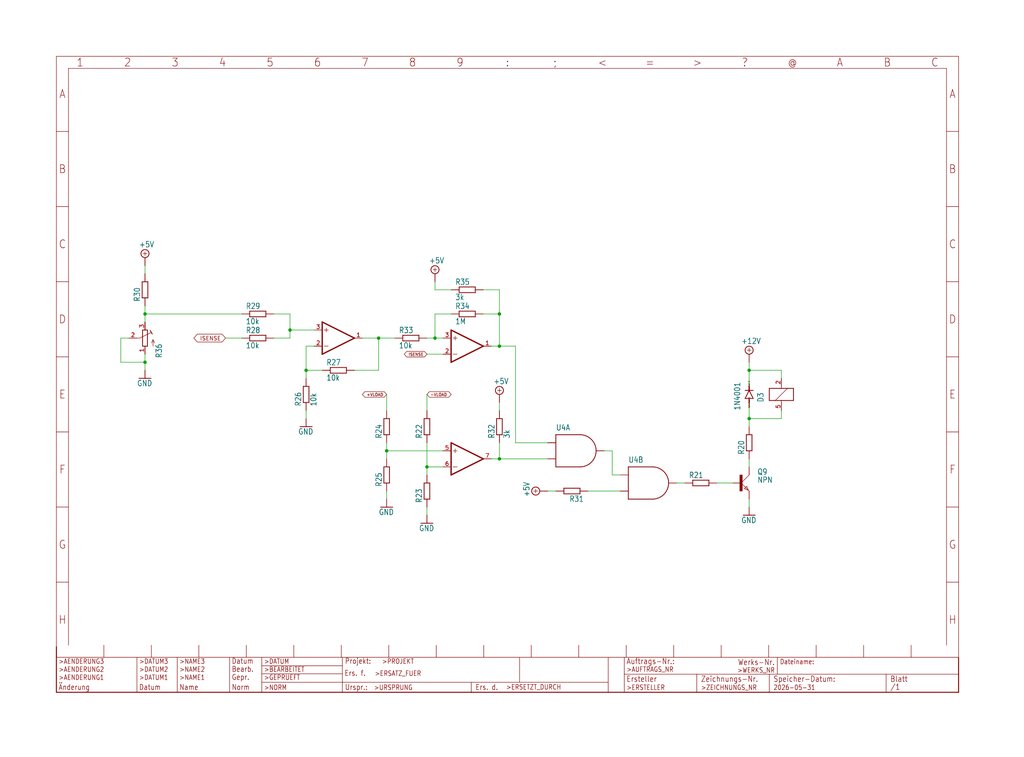
<source format=kicad_sch>
(kicad_sch (version 20230121) (generator eeschema)
  (paper "User" 322.885 238.912)
  (lib_symbols
    (symbol "DC Electronic Load-eagle-import:+12V" (power)
      (property "Value" "+12V" (at -2.54 3.175 0))
      (symbol "+12V_1_0"
        (polyline (pts (xy -0.635 1.27) (xy 0.635 1.27)) (stroke (width 0.1524)))
        (polyline (pts (xy 0 1.905) (xy 0 0.635)) (stroke (width 0.1524)))
        (circle (center 0 1.27) (radius 1.27) (stroke (width 0.254)))
        (pin power_in line (at 0 -2.54 90) (length 2.54) (name "+12V") (number "1"))
      )
    )
    (symbol "DC Electronic Load-eagle-import:+5V" (power)
      (property "Value" "+5V" (at -1.905 3.175 0))
      (symbol "+5V_1_0"
        (polyline (pts (xy -0.635 1.27) (xy 0.635 1.27)) (stroke (width 0.1524)))
        (polyline (pts (xy 0 0.635) (xy 0 1.905)) (stroke (width 0.1524)))
        (circle (center 0 1.27) (radius 1.27) (stroke (width 0.254)))
        (pin power_in line (at 0 -2.54 90) (length 2.54) (name "+5V") (number "1"))
      )
    )
    (symbol "DC Electronic Load-eagle-import:1_Robo-Lib_RAHMEN_A4_8Z-19S"
      (symbol "1_Robo-Lib_RAHMEN_A4_8Z-19S_1_0"
        (polyline (pts (xy 0 0) (xy 130.81 0)) (stroke (width 0.3048)))
        (polyline (pts (xy 0 14.351) (xy 0 0)) (stroke (width 0.3048)))
        (polyline (pts (xy 0 34.7504) (xy 3.81 34.7504)))
        (polyline (pts (xy 0 58.4518) (xy 3.81 58.4518)))
        (polyline (pts (xy 0 82.1531) (xy 3.81 82.1531)))
        (polyline (pts (xy 0 105.8545) (xy 3.81 105.8545)))
        (polyline (pts (xy 0 129.5559) (xy 3.81 129.5559)))
        (polyline (pts (xy 0 153.2573) (xy 3.81 153.2573)))
        (polyline (pts (xy 0 176.9586) (xy 3.81 176.9586)))
        (polyline (pts (xy 3.81 14.859) (xy 3.81 196.85)))
        (polyline (pts (xy 14.9726 11.049) (xy 14.9726 14.859)))
        (polyline (pts (xy 25.4 10.922) (xy 25.4 0)) (stroke (width 0.1524)))
        (polyline (pts (xy 29.9453 11.049) (xy 29.9453 14.859)))
        (polyline (pts (xy 38.1 10.922) (xy 38.1 0)) (stroke (width 0.1524)))
        (polyline (pts (xy 44.9179 11.049) (xy 44.9179 14.859)))
        (polyline (pts (xy 54.61 11.049) (xy 54.61 0)) (stroke (width 0.1524)))
        (polyline (pts (xy 59.8905 11.049) (xy 59.8905 14.859)))
        (polyline (pts (xy 64.77 3.175) (xy 64.77 0)) (stroke (width 0.1524)))
        (polyline (pts (xy 64.77 3.175) (xy 90.17 3.175)) (stroke (width 0.1524)))
        (polyline (pts (xy 64.77 5.842) (xy 90.17 5.842)) (stroke (width 0.1524)))
        (polyline (pts (xy 64.77 8.382) (xy 64.77 3.175)) (stroke (width 0.1524)))
        (polyline (pts (xy 64.77 8.382) (xy 90.17 8.382)) (stroke (width 0.1524)))
        (polyline (pts (xy 64.77 11.049) (xy 64.77 8.382)) (stroke (width 0.1524)))
        (polyline (pts (xy 74.8632 11.049) (xy 74.8632 14.859)))
        (polyline (pts (xy 89.8358 11.049) (xy 89.8358 14.859)))
        (polyline (pts (xy 90.17 0) (xy 90.17 3.175)) (stroke (width 0.1524)))
        (polyline (pts (xy 90.17 3.175) (xy 90.17 11.049)) (stroke (width 0.1524)))
        (polyline (pts (xy 104.8084 11.049) (xy 104.8084 14.859)))
        (polyline (pts (xy 119.7811 11.049) (xy 119.7811 14.859)))
        (polyline (pts (xy 130.81 0) (xy 130.81 3.175)) (stroke (width 0.1524)))
        (polyline (pts (xy 130.81 0) (xy 224.79 0)) (stroke (width 0.3048)))
        (polyline (pts (xy 130.81 3.175) (xy 90.17 3.175)) (stroke (width 0.1524)))
        (polyline (pts (xy 130.81 3.175) (xy 146.05 3.175)) (stroke (width 0.1524)))
        (polyline (pts (xy 134.7537 11.049) (xy 134.7537 14.859)))
        (polyline (pts (xy 146.05 3.175) (xy 146.05 11.049)) (stroke (width 0.1524)))
        (polyline (pts (xy 146.05 3.175) (xy 173.99 3.175)) (stroke (width 0.1524)))
        (polyline (pts (xy 149.7263 11.049) (xy 149.7263 14.859)))
        (polyline (pts (xy 164.6989 11.049) (xy 164.6989 14.859)))
        (polyline (pts (xy 173.99 0) (xy 173.99 3.175)) (stroke (width 0.1524)))
        (polyline (pts (xy 173.99 3.175) (xy 173.99 11.049)) (stroke (width 0.1524)))
        (polyline (pts (xy 179.07 0) (xy 179.07 5.715)) (stroke (width 0.1524)))
        (polyline (pts (xy 179.07 5.715) (xy 179.07 11.049)) (stroke (width 0.1524)))
        (polyline (pts (xy 179.6716 11.049) (xy 179.6716 14.859)))
        (polyline (pts (xy 194.6442 11.049) (xy 194.6442 14.859)))
        (polyline (pts (xy 201.93 0) (xy 201.93 5.715)) (stroke (width 0.1524)))
        (polyline (pts (xy 201.93 5.715) (xy 179.07 5.715)) (stroke (width 0.1524)))
        (polyline (pts (xy 201.93 5.715) (xy 224.79 5.715)) (stroke (width 0.1524)))
        (polyline (pts (xy 209.6168 11.049) (xy 209.6168 14.859)))
        (polyline (pts (xy 224.5895 11.049) (xy 224.5895 14.859)))
        (polyline (pts (xy 224.79 0) (xy 224.79 5.715)) (stroke (width 0.1524)))
        (polyline (pts (xy 224.79 0) (xy 284.48 0)) (stroke (width 0.3048)))
        (polyline (pts (xy 224.79 5.715) (xy 227.33 5.715)) (stroke (width 0.1524)))
        (polyline (pts (xy 227.33 5.715) (xy 261.62 5.715)) (stroke (width 0.1524)))
        (polyline (pts (xy 227.33 11.049) (xy 227.33 5.715)) (stroke (width 0.1524)))
        (polyline (pts (xy 239.5621 11.049) (xy 239.5621 14.859)))
        (polyline (pts (xy 254.5347 11.049) (xy 254.5347 14.859)))
        (polyline (pts (xy 261.62 0) (xy 261.62 5.715)) (stroke (width 0.1524)))
        (polyline (pts (xy 261.62 5.715) (xy 284.353 5.715)) (stroke (width 0.1524)))
        (polyline (pts (xy 269.5074 11.049) (xy 269.5074 14.859)))
        (polyline (pts (xy 280.67 14.859) (xy 280.67 196.85)))
        (polyline (pts (xy 280.67 34.7504) (xy 284.48 34.7504)))
        (polyline (pts (xy 280.67 58.4518) (xy 284.48 58.4518)))
        (polyline (pts (xy 280.67 82.1531) (xy 284.48 82.1531)))
        (polyline (pts (xy 280.67 105.8545) (xy 284.48 105.8545)))
        (polyline (pts (xy 280.67 129.5559) (xy 284.48 129.5559)))
        (polyline (pts (xy 280.67 153.2573) (xy 284.48 153.2573)))
        (polyline (pts (xy 280.67 176.9586) (xy 284.48 176.9586)))
        (polyline (pts (xy 280.67 196.85) (xy 3.81 196.85)))
        (polyline (pts (xy 284.48 10.922) (xy 284.48 0)) (stroke (width 0.3048)))
        (polyline (pts (xy 0 11.049) (xy 284.48 11.049) (xy 284.48 200.66) (xy 0 200.66) (xy 0 11.049)))
        (text "${#}/${##}" (at 262.89 0.635 0) (effects (font (size 1.778 1.5113)) (justify left bottom)))
        (text "${CURRENT_DATE}" (at 226.06 0.635 0) (effects (font (size 1.524 1.2954)) (justify left bottom)))
        (text "${PROJECTNAME}" (at 228.092 6.35 0) (effects (font (size 1.524 1.2954)) (justify left bottom)))
        (text "1" (at 7.4863 198.755 0) (effects (font (size 2.54 2.286))))
        (text "2" (at 22.4589 198.755 0) (effects (font (size 2.54 2.286))))
        (text "3" (at 37.4316 198.755 0) (effects (font (size 2.54 2.286))))
        (text "4" (at 52.4042 198.755 0) (effects (font (size 2.54 2.286))))
        (text "5" (at 67.3768 198.755 0) (effects (font (size 2.54 2.286))))
        (text "6" (at 82.3495 198.755 0) (effects (font (size 2.54 2.286))))
        (text "7" (at 97.3221 198.755 0) (effects (font (size 2.54 2.286))))
        (text "8" (at 112.2947 198.755 0) (effects (font (size 2.54 2.286))))
        (text "9" (at 127.2674 198.755 0) (effects (font (size 2.54 2.286))))
        (text ":" (at 142.24 198.755 0) (effects (font (size 2.54 2.286))))
        (text ";" (at 157.2126 198.755 0) (effects (font (size 2.54 2.286))))
        (text "<" (at 172.1853 198.755 0) (effects (font (size 2.54 2.286))))
        (text "=" (at 187.1579 198.755 0) (effects (font (size 2.54 2.286))))
        (text ">" (at 202.1305 198.755 0) (effects (font (size 2.54 2.286))))
        (text ">AENDERUNG1" (at 0.635 3.81 0) (effects (font (size 1.524 1.2954)) (justify left bottom)))
        (text ">AENDERUNG2" (at 0.635 6.35 0) (effects (font (size 1.524 1.2954)) (justify left bottom)))
        (text ">AENDERUNG3" (at 0.635 8.89 0) (effects (font (size 1.524 1.2954)) (justify left bottom)))
        (text ">AUFTRAGS_NR" (at 179.705 6.35 0) (effects (font (size 1.524 1.2954)) (justify left bottom)))
        (text ">BEARBEITET" (at 65.405 6.35 0) (effects (font (size 1.524 1.2954)) (justify left bottom)))
        (text ">DATUM" (at 65.405 8.89 0) (effects (font (size 1.524 1.2954)) (justify left bottom)))
        (text ">DATUM1" (at 26.035 3.81 0) (effects (font (size 1.524 1.2954)) (justify left bottom)))
        (text ">DATUM2" (at 26.035 6.35 0) (effects (font (size 1.524 1.2954)) (justify left bottom)))
        (text ">DATUM3" (at 26.035 8.89 0) (effects (font (size 1.524 1.2954)) (justify left bottom)))
        (text ">ERSATZ_FUER" (at 100.33 5.08 0) (effects (font (size 1.524 1.2954)) (justify left bottom)))
        (text ">ERSETZT_DURCH" (at 141.732 0.762 0) (effects (font (size 1.524 1.2954)) (justify left bottom)))
        (text ">ERSTELLER" (at 179.705 0.635 0) (effects (font (size 1.524 1.2954)) (justify left bottom)))
        (text ">GEPRUEFT" (at 65.405 3.81 0) (effects (font (size 1.524 1.2954)) (justify left bottom)))
        (text ">NAME1" (at 38.735 3.81 0) (effects (font (size 1.524 1.2954)) (justify left bottom)))
        (text ">NAME2" (at 38.735 6.35 0) (effects (font (size 1.524 1.2954)) (justify left bottom)))
        (text ">NAME3" (at 38.735 8.89 0) (effects (font (size 1.524 1.2954)) (justify left bottom)))
        (text ">NORM" (at 65.405 0.635 0) (effects (font (size 1.524 1.2954)) (justify left bottom)))
        (text ">PROJEKT" (at 102.616 8.89 0) (effects (font (size 1.524 1.2954)) (justify left bottom)))
        (text ">URSPRUNG" (at 100.076 0.635 0) (effects (font (size 1.524 1.2954)) (justify left bottom)))
        (text ">WERKS_NR" (at 226.568 7.874 0) (effects (font (size 1.524 1.2954)) (justify right top)))
        (text ">ZEICHNUNGS_NR" (at 203.2 0.635 0) (effects (font (size 1.524 1.2954)) (justify left bottom)))
        (text "?" (at 217.1032 198.755 0) (effects (font (size 2.54 2.286))))
        (text "@" (at 232.0758 198.755 0) (effects (font (size 2.54 2.286))))
        (text "A" (at 1.905 188.8093 0) (effects (font (size 2.54 2.286))))
        (text "A" (at 247.0484 198.755 0) (effects (font (size 2.54 2.286))))
        (text "A" (at 282.575 188.8093 0) (effects (font (size 2.54 2.286))))
        (text "Auftrags-Nr.:" (at 179.705 8.763 0) (effects (font (size 1.778 1.5113)) (justify left bottom)))
        (text "B" (at 1.905 165.1079 0) (effects (font (size 2.54 2.286))))
        (text "B" (at 262.0211 198.755 0) (effects (font (size 2.54 2.286))))
        (text "B" (at 282.575 165.1079 0) (effects (font (size 2.54 2.286))))
        (text "Bearb." (at 55.245 6.35 0) (effects (font (size 1.6764 1.4249)) (justify left bottom)))
        (text "Blatt" (at 262.89 3.175 0) (effects (font (size 1.778 1.5113)) (justify left bottom)))
        (text "C" (at 1.905 141.4066 0) (effects (font (size 2.54 2.286))))
        (text "C" (at 276.9937 198.755 0) (effects (font (size 2.54 2.286))))
        (text "C" (at 282.575 141.4066 0) (effects (font (size 2.54 2.286))))
        (text "D" (at 1.905 117.7052 0) (effects (font (size 2.54 2.286))))
        (text "D" (at 282.575 117.7052 0) (effects (font (size 2.54 2.286))))
        (text "Dateiname:" (at 228.092 8.763 0) (effects (font (size 1.524 1.2954)) (justify left bottom)))
        (text "Datum" (at 26.035 0.635 0) (effects (font (size 1.6764 1.4249)) (justify left bottom)))
        (text "Datum" (at 55.245 8.89 0) (effects (font (size 1.6764 1.4249)) (justify left bottom)))
        (text "E" (at 1.905 94.0038 0) (effects (font (size 2.54 2.286))))
        (text "E" (at 282.575 94.0038 0) (effects (font (size 2.54 2.286))))
        (text "Ers. d." (at 132.08 0.635 0) (effects (font (size 1.6764 1.4249)) (justify left bottom)))
        (text "Ers. f." (at 90.805 5.08 0) (effects (font (size 1.6764 1.4249)) (justify left bottom)))
        (text "Ersteller" (at 179.705 3.175 0) (effects (font (size 1.778 1.5113)) (justify left bottom)))
        (text "F" (at 1.905 70.3024 0) (effects (font (size 2.54 2.286))))
        (text "F" (at 282.575 70.3024 0) (effects (font (size 2.54 2.286))))
        (text "G" (at 1.905 46.6011 0) (effects (font (size 2.54 2.286))))
        (text "G" (at 282.575 46.6011 0) (effects (font (size 2.54 2.286))))
        (text "Gepr." (at 55.245 3.81 0) (effects (font (size 1.6764 1.4249)) (justify left bottom)))
        (text "H" (at 1.905 22.8997 0) (effects (font (size 2.54 2.286))))
        (text "H" (at 282.575 22.8997 0) (effects (font (size 2.54 2.286))))
        (text "Name" (at 38.735 0.635 0) (effects (font (size 1.6764 1.4249)) (justify left bottom)))
        (text "Norm" (at 55.245 0.635 0) (effects (font (size 1.6764 1.4249)) (justify left bottom)))
        (text "Projekt:" (at 90.932 8.89 0) (effects (font (size 1.6764 1.4249)) (justify left bottom)))
        (text "Speicher-Datum:" (at 226.06 3.175 0) (effects (font (size 1.778 1.5113)) (justify left bottom)))
        (text "Urspr.:" (at 90.932 0.635 0) (effects (font (size 1.6764 1.4249)) (justify left bottom)))
        (text "Werks-Nr." (at 226.568 10.541 0) (effects (font (size 1.778 1.5113)) (justify right top)))
        (text "Zeichnungs-Nr." (at 203.2 3.175 0) (effects (font (size 1.778 1.5113)) (justify left bottom)))
        (text "Änderung" (at 0.635 0.635 0) (effects (font (size 1.6764 1.4249)) (justify left bottom)))
      )
    )
    (symbol "DC Electronic Load-eagle-import:AZ8-FORM-C"
      (symbol "AZ8-FORM-C_1_0"
        (polyline (pts (xy -3.81 -1.905) (xy -1.905 -1.905)) (stroke (width 0.254)))
        (polyline (pts (xy -3.81 1.905) (xy -3.81 -1.905)) (stroke (width 0.254)))
        (polyline (pts (xy -1.905 -1.905) (xy 0 -1.905)) (stroke (width 0.254)))
        (polyline (pts (xy -1.905 -1.905) (xy 1.905 1.905)) (stroke (width 0.1524)))
        (polyline (pts (xy 0 -2.54) (xy 0 -1.905)) (stroke (width 0.1524)))
        (polyline (pts (xy 0 -1.905) (xy 3.81 -1.905)) (stroke (width 0.254)))
        (polyline (pts (xy 0 1.905) (xy -3.81 1.905)) (stroke (width 0.254)))
        (polyline (pts (xy 0 2.54) (xy 0 1.905)) (stroke (width 0.1524)))
        (polyline (pts (xy 1.905 1.905) (xy 0 1.905)) (stroke (width 0.254)))
        (polyline (pts (xy 3.81 -1.905) (xy 3.81 1.905)) (stroke (width 0.254)))
        (polyline (pts (xy 3.81 1.905) (xy 1.905 1.905)) (stroke (width 0.254)))
        (pin passive line (at 0 5.08 270) (length 2.54) (name "1") (number "2"))
        (pin passive line (at 0 -5.08 90) (length 2.54) (name "2") (number "5"))
      )
      (symbol "AZ8-FORM-C_2_0"
        (polyline (pts (xy -3.175 5.08) (xy -1.905 5.08)) (stroke (width 0.254)))
        (polyline (pts (xy 0 1.27) (xy 0 0)) (stroke (width 0.254)))
        (polyline (pts (xy 0 1.27) (xy 2.54 5.715)) (stroke (width 0.254)))
        (polyline (pts (xy 3.175 5.08) (xy 1.905 5.08)) (stroke (width 0.254)))
        (circle (center 0 1.27) (radius 0.127) (stroke (width 0.4064)))
        (pin passive line (at 0 -2.54 90) (length 2.54) (name "P") (number "1"))
        (pin passive line (at -5.08 5.08 0) (length 2.54) (name "S") (number "3"))
        (pin passive line (at 5.08 5.08 180) (length 2.54) (name "O") (number "4"))
      )
    )
    (symbol "DC Electronic Load-eagle-import:DIODE-MELF-MLL41"
      (property "Reference" "D" (at 2.54 0.4826 0))
      (symbol "DIODE-MELF-MLL41_1_0"
        (polyline (pts (xy -1.27 -1.27) (xy 1.27 0)) (stroke (width 0.254)))
        (polyline (pts (xy -1.27 0) (xy -2.54 0)) (stroke (width 0.254)))
        (polyline (pts (xy -1.27 0) (xy -1.27 -1.27)) (stroke (width 0.254)))
        (polyline (pts (xy -1.27 1.27) (xy -1.27 0)) (stroke (width 0.254)))
        (polyline (pts (xy 1.27 0) (xy -1.27 1.27)) (stroke (width 0.254)))
        (polyline (pts (xy 1.27 0) (xy 1.27 -1.27)) (stroke (width 0.254)))
        (polyline (pts (xy 1.27 1.27) (xy 1.27 0)) (stroke (width 0.254)))
        (polyline (pts (xy 2.54 0) (xy 1.27 0)) (stroke (width 0.254)))
        (text "SpiceOrder 1" (at -2.54 0 0) (effects (font (size 0.4064 0.3454))))
        (text "SpiceOrder 2" (at 2.54 0 0) (effects (font (size 0.4064 0.3454))))
        (pin passive line (at -2.54 0 0) (length 0) (name "A") (number "A"))
        (pin passive line (at 2.54 0 180) (length 0) (name "C") (number "C"))
      )
    )
    (symbol "DC Electronic Load-eagle-import:GND" (power)
      (property "Value" "GND" (at -2.54 -2.54 0))
      (symbol "GND_1_0"
        (polyline (pts (xy -1.905 0) (xy 1.905 0)) (stroke (width 0.254)))
        (pin power_in line (at 0 2.54 270) (length 2.54) (name "GND") (number "1"))
      )
    )
    (symbol "DC Electronic Load-eagle-import:LM393D"
      (symbol "LM393D_1_0"
        (polyline (pts (xy -5.08 -5.08) (xy 5.08 0)) (stroke (width 0.4064)))
        (polyline (pts (xy -5.08 5.08) (xy -5.08 -5.08)) (stroke (width 0.4064)))
        (polyline (pts (xy -4.445 -2.54) (xy -3.175 -2.54)) (stroke (width 0.1524)))
        (polyline (pts (xy -4.445 2.54) (xy -3.175 2.54)) (stroke (width 0.1524)))
        (polyline (pts (xy -3.81 3.175) (xy -3.81 1.905)) (stroke (width 0.1524)))
        (polyline (pts (xy 5.08 0) (xy -5.08 5.08)) (stroke (width 0.4064)))
        (pin output line (at 7.62 0 180) (length 2.54) (name "OUT") (number "1"))
        (pin input line (at -7.62 -2.54 0) (length 2.54) (name "-IN") (number "2"))
        (pin input line (at -7.62 2.54 0) (length 2.54) (name "+IN") (number "3"))
      )
      (symbol "LM393D_2_0"
        (polyline (pts (xy -5.08 -5.08) (xy 5.08 0)) (stroke (width 0.4064)))
        (polyline (pts (xy -5.08 5.08) (xy -5.08 -5.08)) (stroke (width 0.4064)))
        (polyline (pts (xy -4.445 -2.54) (xy -3.175 -2.54)) (stroke (width 0.1524)))
        (polyline (pts (xy -4.445 2.54) (xy -3.175 2.54)) (stroke (width 0.1524)))
        (polyline (pts (xy -3.81 3.175) (xy -3.81 1.905)) (stroke (width 0.1524)))
        (polyline (pts (xy 5.08 0) (xy -5.08 5.08)) (stroke (width 0.4064)))
        (pin input line (at -7.62 2.54 0) (length 2.54) (name "+IN") (number "5"))
        (pin input line (at -7.62 -2.54 0) (length 2.54) (name "-IN") (number "6"))
        (pin output line (at 7.62 0 180) (length 2.54) (name "OUT") (number "7"))
      )
      (symbol "LM393D_3_0"
        (text "V+" (at 1.27 3.175 900) (effects (font (size 0.8128 0.6908)) (justify left bottom)))
        (text "V-" (at 1.27 -4.445 900) (effects (font (size 0.8128 0.6908)) (justify left bottom)))
        (pin power_in line (at 0 -7.62 90) (length 5.08) (name "V-") (number "4"))
        (pin power_in line (at 0 7.62 270) (length 5.08) (name "V+") (number "8"))
      )
    )
    (symbol "DC Electronic Load-eagle-import:NPN"
      (property "Reference" "Q" (at 5.08 2.54 0))
      (symbol "NPN_1_0"
        (rectangle (start -0.381 -2.54) (end 0.381 2.54) (fill (type outline)))
        (polyline (pts (xy 0 0) (xy 2.286 -2.286)) (stroke (width 0.1524)))
        (polyline (pts (xy 1.016 -1.778) (xy 1.778 -1.016)) (stroke (width 0.1524)))
        (polyline (pts (xy 1.778 -1.016) (xy 2.286 -2.286)) (stroke (width 0.1524)))
        (polyline (pts (xy 2.286 -2.286) (xy 1.016 -1.778)) (stroke (width 0.1524)))
        (polyline (pts (xy 2.286 -2.286) (xy 2.54 -2.54)) (stroke (width 0.1524)))
        (polyline (pts (xy 2.54 2.54) (xy 0 0)) (stroke (width 0.1524)))
        (pin bidirectional line (at -2.54 0 0) (length 2.54) (name "B") (number "1"))
        (pin passive line (at 2.54 -5.08 90) (length 2.54) (name "E") (number "2"))
        (pin passive line (at 2.54 5.08 270) (length 2.54) (name "C") (number "3"))
      )
    )
    (symbol "DC Electronic Load-eagle-import:R-EU_R1206"
      (property "Reference" "R" (at -3.81 1.4986 0))
      (symbol "R-EU_R1206_1_0"
        (polyline (pts (xy -2.54 -0.889) (xy -2.54 0.889)) (stroke (width 0.254)))
        (polyline (pts (xy -2.54 -0.889) (xy 2.54 -0.889)) (stroke (width 0.254)))
        (polyline (pts (xy 2.54 -0.889) (xy 2.54 0.889)) (stroke (width 0.254)))
        (polyline (pts (xy 2.54 0.889) (xy -2.54 0.889)) (stroke (width 0.254)))
        (pin passive line (at -5.08 0 0) (length 2.54) (name "1") (number "1"))
        (pin passive line (at 5.08 0 180) (length 2.54) (name "2") (number "2"))
      )
    )
    (symbol "DC Electronic Load-eagle-import:R-TRIMM64W"
      (property "Reference" "R" (at -5.969 -3.81 90))
      (symbol "R-TRIMM64W_1_0"
        (polyline (pts (xy -2.54 -2.54) (xy -2.54 -0.508)) (stroke (width 0.1524)))
        (polyline (pts (xy -2.54 -0.508) (xy -3.048 -1.524)) (stroke (width 0.1524)))
        (polyline (pts (xy -2.54 -0.508) (xy -2.032 -1.524)) (stroke (width 0.1524)))
        (polyline (pts (xy -2.286 1.27) (xy -1.651 2.413)) (stroke (width 0.254)))
        (polyline (pts (xy -0.762 -2.54) (xy 0.762 -2.54)) (stroke (width 0.254)))
        (polyline (pts (xy -0.762 2.54) (xy -0.762 -2.54)) (stroke (width 0.254)))
        (polyline (pts (xy 0 2.54) (xy -0.762 2.54)) (stroke (width 0.254)))
        (polyline (pts (xy 0 2.54) (xy 0 5.08)) (stroke (width 0.1524)))
        (polyline (pts (xy 0.762 -2.54) (xy 0.762 2.54)) (stroke (width 0.254)))
        (polyline (pts (xy 0.762 2.54) (xy 0 2.54)) (stroke (width 0.254)))
        (polyline (pts (xy 1.651 0) (xy -1.8796 1.7526)) (stroke (width 0.1524)))
        (polyline (pts (xy 2.54 0) (xy 1.651 0)) (stroke (width 0.1524)))
        (pin passive line (at 0 -5.08 90) (length 2.54) (name "A") (number "1"))
        (pin passive line (at 5.08 0 180) (length 2.54) (name "S") (number "2"))
        (pin passive line (at 0 5.08 270) (length 2.54) (name "E") (number "3"))
      )
    )
    (symbol "DC Electronic Load-eagle-import:SN74AHC08"
      (property "Reference" "U" (at 1.27 0 0))
      (symbol "SN74AHC08_1_0"
        (polyline (pts (xy -5.08 -5.08) (xy 2.54 -5.08)) (stroke (width 0.254)))
        (polyline (pts (xy -5.08 5.08) (xy -5.08 -5.08)) (stroke (width 0.254)))
        (polyline (pts (xy -5.08 5.08) (xy 2.54 5.08)) (stroke (width 0.254)))
        (arc (start 2.5398 -5.08) (mid 7.5978 -0.0001) (end 2.54 5.08) (stroke (width 0.254)))
        (pin input line (at -7.62 2.54 0) (length 2.54) (name "A") (number "1"))
        (pin input line (at -7.62 -2.54 0) (length 2.54) (name "B") (number "2"))
        (pin bidirectional line (at 10.16 0 180) (length 2.54) (name "Y") (number "3"))
      )
      (symbol "SN74AHC08_2_0"
        (polyline (pts (xy -5.08 -5.08) (xy 2.54 -5.08)) (stroke (width 0.254)))
        (polyline (pts (xy -5.08 5.08) (xy -5.08 -5.08)) (stroke (width 0.254)))
        (polyline (pts (xy -5.08 5.08) (xy 2.54 5.08)) (stroke (width 0.254)))
        (arc (start 2.5398 -5.08) (mid 7.5978 -0.0001) (end 2.54 5.08) (stroke (width 0.254)))
        (pin input line (at -7.62 2.54 0) (length 2.54) (name "A") (number "4"))
        (pin input line (at -7.62 -2.54 0) (length 2.54) (name "B") (number "5"))
        (pin bidirectional line (at 10.16 0 180) (length 2.54) (name "Y") (number "6"))
      )
      (symbol "SN74AHC08_3_0"
        (polyline (pts (xy -5.08 -5.08) (xy 2.54 -5.08)) (stroke (width 0.254)))
        (polyline (pts (xy -5.08 5.08) (xy -5.08 -5.08)) (stroke (width 0.254)))
        (polyline (pts (xy -5.08 5.08) (xy 2.54 5.08)) (stroke (width 0.254)))
        (arc (start 2.5398 -5.08) (mid 7.5978 -0.0001) (end 2.54 5.08) (stroke (width 0.254)))
        (pin input line (at -7.62 -2.54 0) (length 2.54) (name "B") (number "10"))
        (pin bidirectional line (at 10.16 0 180) (length 2.54) (name "Y") (number "8"))
        (pin input line (at -7.62 2.54 0) (length 2.54) (name "A") (number "9"))
      )
      (symbol "SN74AHC08_4_0"
        (polyline (pts (xy -5.08 -5.08) (xy 2.54 -5.08)) (stroke (width 0.254)))
        (polyline (pts (xy -5.08 5.08) (xy -5.08 -5.08)) (stroke (width 0.254)))
        (polyline (pts (xy -5.08 5.08) (xy 2.54 5.08)) (stroke (width 0.254)))
        (arc (start 2.5398 -5.08) (mid 7.5978 -0.0001) (end 2.54 5.08) (stroke (width 0.254)))
        (pin bidirectional line (at 10.16 0 180) (length 2.54) (name "Y") (number "11"))
        (pin input line (at -7.62 2.54 0) (length 2.54) (name "A") (number "12"))
        (pin input line (at -7.62 -2.54 0) (length 2.54) (name "B") (number "13"))
      )
      (symbol "SN74AHC08_5_0"
        (text "V+" (at 0 1.524 0) (effects (font (size 1.27 1.0795))))
        (text "V-" (at 0 -1.524 0) (effects (font (size 1.27 1.0795))))
        (pin bidirectional line (at 0 5.08 270) (length 2.54) (name "V+") (number "14"))
        (pin bidirectional line (at 0 -5.08 90) (length 2.54) (name "V-") (number "7"))
      )
    )
    (symbol "DC Electronic Load-eagle-import:TL072D"
      (symbol "TL072D_1_0"
        (polyline (pts (xy -5.08 -5.08) (xy 5.08 0)) (stroke (width 0.4064)))
        (polyline (pts (xy -5.08 5.08) (xy -5.08 -5.08)) (stroke (width 0.4064)))
        (polyline (pts (xy -4.445 -2.54) (xy -3.175 -2.54)) (stroke (width 0.1524)))
        (polyline (pts (xy -4.445 2.54) (xy -3.175 2.54)) (stroke (width 0.1524)))
        (polyline (pts (xy -3.81 3.175) (xy -3.81 1.905)) (stroke (width 0.1524)))
        (polyline (pts (xy 5.08 0) (xy -5.08 5.08)) (stroke (width 0.4064)))
        (pin output line (at 7.62 0 180) (length 2.54) (name "OUT") (number "1"))
        (pin input line (at -7.62 -2.54 0) (length 2.54) (name "-IN") (number "2"))
        (pin input line (at -7.62 2.54 0) (length 2.54) (name "+IN") (number "3"))
      )
      (symbol "TL072D_2_0"
        (polyline (pts (xy -5.08 -5.08) (xy 5.08 0)) (stroke (width 0.4064)))
        (polyline (pts (xy -5.08 5.08) (xy -5.08 -5.08)) (stroke (width 0.4064)))
        (polyline (pts (xy -4.445 -2.54) (xy -3.175 -2.54)) (stroke (width 0.1524)))
        (polyline (pts (xy -4.445 2.54) (xy -3.175 2.54)) (stroke (width 0.1524)))
        (polyline (pts (xy -3.81 3.175) (xy -3.81 1.905)) (stroke (width 0.1524)))
        (polyline (pts (xy 5.08 0) (xy -5.08 5.08)) (stroke (width 0.4064)))
        (pin input line (at -7.62 2.54 0) (length 2.54) (name "+IN") (number "5"))
        (pin input line (at -7.62 -2.54 0) (length 2.54) (name "-IN") (number "6"))
        (pin output line (at 7.62 0 180) (length 2.54) (name "OUT") (number "7"))
      )
      (symbol "TL072D_3_0"
        (text "V+" (at 1.27 3.175 900) (effects (font (size 0.8128 0.6908)) (justify left bottom)))
        (text "V-" (at 1.27 -4.445 900) (effects (font (size 0.8128 0.6908)) (justify left bottom)))
        (pin power_in line (at 0 -7.62 90) (length 5.08) (name "V-") (number "4"))
        (pin power_in line (at 0 7.62 270) (length 5.08) (name "V+") (number "8"))
      )
    )
  )
  (junction (at 157.48 109.22))
  (junction (at 236.22 132.08))
  (junction (at 45.72 114.3))
  (junction (at 96.52 116.84))
  (junction (at 119.38 106.68))
  (junction (at 157.48 144.78))
  (junction (at 121.92 142.24))
  (junction (at 91.44 104.14))
  (junction (at 236.22 116.84))
  (junction (at 134.62 147.32))
  (junction (at 157.48 99.06))
  (junction (at 45.72 99.06))
  (junction (at 137.16 106.68))
  (wire (pts (xy 86.36 106.68) (xy 91.44 106.68)) (stroke (width 0.1524)))
  (wire (pts (xy 137.16 99.06) (xy 142.24 99.06)) (stroke (width 0.1524)))
  (wire (pts (xy 101.6 116.84) (xy 96.52 116.84)) (stroke (width 0.1524)))
  (wire (pts (xy 137.16 91.44) (xy 142.24 91.44)) (stroke (width 0.1524)))
  (wire (pts (xy 86.36 99.06) (xy 91.44 99.06)) (stroke (width 0.1524)))
  (wire (pts (xy 134.62 149.86) (xy 134.62 147.32)) (stroke (width 0.1524)))
  (wire (pts (xy 137.16 88.9) (xy 137.16 91.44)) (stroke (width 0.1524)))
  (wire (pts (xy 96.52 116.84) (xy 96.52 119.38)) (stroke (width 0.1524)))
  (wire (pts (xy 137.16 99.06) (xy 137.16 106.68)) (stroke (width 0.1524)))
  (wire (pts (xy 91.44 104.14) (xy 99.06 104.14)) (stroke (width 0.1524)))
  (wire (pts (xy 76.2 106.68) (xy 71.12 106.68)) (stroke (width 0.1524)))
  (wire (pts (xy 99.06 109.22) (xy 96.52 109.22)) (stroke (width 0.1524)))
  (wire (pts (xy 236.22 134.62) (xy 236.22 132.08)) (stroke (width 0.1524)))
  (wire (pts (xy 121.92 157.48) (xy 121.92 154.94)) (stroke (width 0.1524)))
  (wire (pts (xy 119.38 106.68) (xy 124.46 106.68)) (stroke (width 0.1524)))
  (wire (pts (xy 172.72 144.78) (xy 157.48 144.78)) (stroke (width 0.1524)))
  (wire (pts (xy 157.48 109.22) (xy 162.56 109.22)) (stroke (width 0.1524)))
  (wire (pts (xy 185.42 154.94) (xy 195.58 154.94)) (stroke (width 0.1524)))
  (wire (pts (xy 157.48 129.54) (xy 157.48 127)) (stroke (width 0.1524)))
  (wire (pts (xy 246.38 132.08) (xy 236.22 132.08)) (stroke (width 0.1524)))
  (wire (pts (xy 45.72 96.52) (xy 45.72 99.06)) (stroke (width 0.1524)))
  (wire (pts (xy 139.7 111.76) (xy 134.62 111.76)) (stroke (width 0.1524)))
  (wire (pts (xy 119.38 106.68) (xy 114.3 106.68)) (stroke (width 0.1524)))
  (wire (pts (xy 45.72 99.06) (xy 76.2 99.06)) (stroke (width 0.1524)))
  (wire (pts (xy 157.48 91.44) (xy 157.48 99.06)) (stroke (width 0.1524)))
  (wire (pts (xy 45.72 83.82) (xy 45.72 86.36)) (stroke (width 0.1524)))
  (wire (pts (xy 96.52 109.22) (xy 96.52 116.84)) (stroke (width 0.1524)))
  (wire (pts (xy 137.16 106.68) (xy 139.7 106.68)) (stroke (width 0.1524)))
  (wire (pts (xy 162.56 109.22) (xy 162.56 139.7)) (stroke (width 0.1524)))
  (wire (pts (xy 236.22 160.02) (xy 236.22 157.48)) (stroke (width 0.1524)))
  (wire (pts (xy 246.38 129.54) (xy 246.38 132.08)) (stroke (width 0.1524)))
  (wire (pts (xy 121.92 144.78) (xy 121.92 142.24)) (stroke (width 0.1524)))
  (wire (pts (xy 134.62 147.32) (xy 134.62 139.7)) (stroke (width 0.1524)))
  (wire (pts (xy 38.1 106.68) (xy 38.1 114.3)) (stroke (width 0.1524)))
  (wire (pts (xy 236.22 116.84) (xy 246.38 116.84)) (stroke (width 0.1524)))
  (wire (pts (xy 236.22 144.78) (xy 236.22 147.32)) (stroke (width 0.1524)))
  (wire (pts (xy 45.72 99.06) (xy 45.72 101.6)) (stroke (width 0.1524)))
  (wire (pts (xy 121.92 129.54) (xy 121.92 124.46)) (stroke (width 0.1524)))
  (wire (pts (xy 121.92 142.24) (xy 121.92 139.7)) (stroke (width 0.1524)))
  (wire (pts (xy 154.94 109.22) (xy 157.48 109.22)) (stroke (width 0.1524)))
  (wire (pts (xy 40.64 106.68) (xy 38.1 106.68)) (stroke (width 0.1524)))
  (wire (pts (xy 246.38 116.84) (xy 246.38 119.38)) (stroke (width 0.1524)))
  (wire (pts (xy 190.5 142.24) (xy 193.04 142.24)) (stroke (width 0.1524)))
  (wire (pts (xy 193.04 142.24) (xy 193.04 149.86)) (stroke (width 0.1524)))
  (wire (pts (xy 172.72 154.94) (xy 175.26 154.94)) (stroke (width 0.1524)))
  (wire (pts (xy 193.04 149.86) (xy 195.58 149.86)) (stroke (width 0.1524)))
  (wire (pts (xy 157.48 99.06) (xy 157.48 109.22)) (stroke (width 0.1524)))
  (wire (pts (xy 152.4 91.44) (xy 157.48 91.44)) (stroke (width 0.1524)))
  (wire (pts (xy 157.48 144.78) (xy 154.94 144.78)) (stroke (width 0.1524)))
  (wire (pts (xy 91.44 99.06) (xy 91.44 104.14)) (stroke (width 0.1524)))
  (wire (pts (xy 45.72 114.3) (xy 45.72 116.84)) (stroke (width 0.1524)))
  (wire (pts (xy 134.62 129.54) (xy 134.62 124.46)) (stroke (width 0.1524)))
  (wire (pts (xy 236.22 127) (xy 236.22 132.08)) (stroke (width 0.1524)))
  (wire (pts (xy 236.22 114.3) (xy 236.22 116.84)) (stroke (width 0.1524)))
  (wire (pts (xy 139.7 147.32) (xy 134.62 147.32)) (stroke (width 0.1524)))
  (wire (pts (xy 152.4 99.06) (xy 157.48 99.06)) (stroke (width 0.1524)))
  (wire (pts (xy 91.44 106.68) (xy 91.44 104.14)) (stroke (width 0.1524)))
  (wire (pts (xy 236.22 121.92) (xy 236.22 116.84)) (stroke (width 0.1524)))
  (wire (pts (xy 226.06 152.4) (xy 231.14 152.4)) (stroke (width 0.1524)))
  (wire (pts (xy 134.62 106.68) (xy 137.16 106.68)) (stroke (width 0.1524)))
  (wire (pts (xy 172.72 139.7) (xy 162.56 139.7)) (stroke (width 0.1524)))
  (wire (pts (xy 134.62 160.02) (xy 134.62 162.56)) (stroke (width 0.1524)))
  (wire (pts (xy 119.38 116.84) (xy 119.38 106.68)) (stroke (width 0.1524)))
  (wire (pts (xy 96.52 132.08) (xy 96.52 129.54)) (stroke (width 0.1524)))
  (wire (pts (xy 213.36 152.4) (xy 215.9 152.4)) (stroke (width 0.1524)))
  (wire (pts (xy 38.1 114.3) (xy 45.72 114.3)) (stroke (width 0.1524)))
  (wire (pts (xy 45.72 111.76) (xy 45.72 114.3)) (stroke (width 0.1524)))
  (wire (pts (xy 121.92 142.24) (xy 139.7 142.24)) (stroke (width 0.1524)))
  (wire (pts (xy 111.76 116.84) (xy 119.38 116.84)) (stroke (width 0.1524)))
  (wire (pts (xy 157.48 139.7) (xy 157.48 144.78)) (stroke (width 0.1524)))
  (global_label "ISENSE" (shape bidirectional) (at 71.12 106.68 180) (effects (font (size 1.2446 1.2446))) (property "Intersheetrefs" "${INTERSHEET_REFS}" (effects hide)))
  (global_label "-VLOAD" (shape bidirectional) (at 134.62 124.46 0) (effects (font (size 0.889 0.889))) (property "Intersheetrefs" "${INTERSHEET_REFS}" (effects hide)))
  (global_label "ISENSE" (shape bidirectional) (at 134.62 111.76 180) (effects (font (size 0.889 0.889))) (property "Intersheetrefs" "${INTERSHEET_REFS}" (effects hide)))
  (global_label "+VLOAD" (shape bidirectional) (at 121.92 124.46 180) (effects (font (size 0.889 0.889))) (property "Intersheetrefs" "${INTERSHEET_REFS}" (effects hide)))
  (symbol (lib_id "DC Electronic Load-eagle-import:R-EU_R1206") (at 129.54 106.68 0) (unit 1)
    (property "Reference" "R33" (at 125.73 105.1814 0) (effects (font (size 1.778 1.5113)) (justify left bottom)))
    (property "Value" "10k" (at 125.73 109.982 0) (effects (font (size 1.778 1.5113)) (justify left bottom)))
    (property "Footprint" "DC Electronic Load:R1206" (effects hide))
  )
  (symbol (lib_id "DC Electronic Load-eagle-import:R-EU_R1206") (at 236.22 139.7 90) (unit 1)
    (property "Reference" "R20" (at 234.7214 143.51 0) (effects (font (size 1.778 1.5113)) (justify left bottom)))
    (property "Value" "R-EU_R1206" (effects hide))
    (property "Footprint" "DC Electronic Load:R1206" (effects hide))
  )
  (symbol (lib_id "DC Electronic Load-eagle-import:R-EU_R1206") (at 147.32 99.06 0) (unit 1)
    (property "Reference" "R34" (at 143.51 97.5614 0) (effects (font (size 1.778 1.5113)) (justify left bottom)))
    (property "Value" "1M" (at 143.51 102.362 0) (effects (font (size 1.778 1.5113)) (justify left bottom)))
    (property "Footprint" "DC Electronic Load:R1206" (effects hide))
  )
  (symbol (lib_id "DC Electronic Load-eagle-import:R-EU_R1206") (at 81.28 106.68 0) (unit 1)
    (property "Reference" "R28" (at 77.47 105.1814 0) (effects (font (size 1.778 1.5113)) (justify left bottom)))
    (property "Value" "10k" (at 77.47 109.982 0) (effects (font (size 1.778 1.5113)) (justify left bottom)))
    (property "Footprint" "DC Electronic Load:R1206" (effects hide))
  )
  (symbol (lib_id "DC Electronic Load-eagle-import:SN74AHC08") (at 203.2 152.4 0) (unit 2)
    (property "Reference" "U4" (at 198.12 146.05 0) (effects (font (size 1.778 1.5113)) (justify left bottom)))
    (property "Value" "SN74AHC08" (effects hide))
    (property "Footprint" "DC Electronic Load:SOIC−14" (effects hide))
  )
  (symbol (lib_id "DC Electronic Load-eagle-import:GND") (at 45.72 119.38 0) (unit 1)
    (property "Reference" "#GND12" (effects hide))
    (property "Value" "GND" (at 43.18 121.92 0) (effects (font (size 1.778 1.5113)) (justify left bottom)))
  )
  (symbol (lib_id "DC Electronic Load-eagle-import:LM393D") (at 147.32 109.22 0) (unit 1)
    (property "Reference" "IC1" (effects hide))
    (property "Value" "LM393D" (effects hide))
    (property "Footprint" "DC Electronic Load:SO08" (effects hide))
  )
  (symbol (lib_id "DC Electronic Load-eagle-import:+5V") (at 137.16 86.36 0) (unit 1)
    (property "Reference" "#SUPPLY2" (effects hide))
    (property "Value" "+5V" (at 135.255 83.185 0) (effects (font (size 1.778 1.5113)) (justify left bottom)))
  )
  (symbol (lib_id "DC Electronic Load-eagle-import:R-EU_R1206") (at 180.34 154.94 180) (unit 1)
    (property "Reference" "R31" (at 184.15 156.4386 0) (effects (font (size 1.778 1.5113)) (justify left bottom)))
    (property "Value" "R-EU_R1206" (effects hide))
    (property "Footprint" "DC Electronic Load:R1206" (effects hide))
  )
  (symbol (lib_id "DC Electronic Load-eagle-import:R-EU_R1206") (at 96.52 124.46 90) (unit 1)
    (property "Reference" "R26" (at 95.0214 128.27 0) (effects (font (size 1.778 1.5113)) (justify left bottom)))
    (property "Value" "10k" (at 99.822 128.27 0) (effects (font (size 1.778 1.5113)) (justify left bottom)))
    (property "Footprint" "DC Electronic Load:R1206" (effects hide))
  )
  (symbol (lib_id "DC Electronic Load-eagle-import:GND") (at 236.22 162.56 0) (unit 1)
    (property "Reference" "#GND8" (effects hide))
    (property "Value" "GND" (at 233.68 165.1 0) (effects (font (size 1.778 1.5113)) (justify left bottom)))
  )
  (symbol (lib_id "DC Electronic Load-eagle-import:DIODE-MELF-MLL41") (at 236.22 124.46 90) (unit 1)
    (property "Reference" "D3" (at 240.8174 127 0) (effects (font (size 1.778 1.5113)) (justify left bottom)))
    (property "Value" "1N4001" (at 233.4514 129.54 0) (effects (font (size 1.778 1.5113)) (justify left bottom)))
    (property "Footprint" "DC Electronic Load:MELF-MLL41" (effects hide))
  )
  (symbol (lib_id "DC Electronic Load-eagle-import:R-EU_R1206") (at 106.68 116.84 0) (unit 1)
    (property "Reference" "R27" (at 102.87 115.3414 0) (effects (font (size 1.778 1.5113)) (justify left bottom)))
    (property "Value" "10k" (at 102.87 120.142 0) (effects (font (size 1.778 1.5113)) (justify left bottom)))
    (property "Footprint" "DC Electronic Load:R1206" (effects hide))
  )
  (symbol (lib_id "DC Electronic Load-eagle-import:R-EU_R1206") (at 134.62 134.62 90) (unit 1)
    (property "Reference" "R22" (at 133.1214 138.43 0) (effects (font (size 1.778 1.5113)) (justify left bottom)))
    (property "Value" "R-EU_R1206" (effects hide))
    (property "Footprint" "DC Electronic Load:R1206" (effects hide))
  )
  (symbol (lib_id "DC Electronic Load-eagle-import:AZ8-FORM-C") (at 246.38 124.46 0) (unit 1)
    (property "Reference" "K1" (effects hide))
    (property "Value" "AZ8-FORM-C" (effects hide))
    (property "Footprint" "DC Electronic Load:AZ8" (effects hide))
  )
  (symbol (lib_id "DC Electronic Load-eagle-import:TL072D") (at 106.68 106.68 0) (unit 1)
    (property "Reference" "IC2" (effects hide))
    (property "Value" "TL072D" (effects hide))
    (property "Footprint" "DC Electronic Load:SO08" (effects hide))
  )
  (symbol (lib_id "DC Electronic Load-eagle-import:R-EU_R1206") (at 121.92 149.86 90) (unit 1)
    (property "Reference" "R25" (at 120.4214 153.67 0) (effects (font (size 1.778 1.5113)) (justify left bottom)))
    (property "Value" "R-EU_R1206" (effects hide))
    (property "Footprint" "DC Electronic Load:R1206" (effects hide))
  )
  (symbol (lib_id "DC Electronic Load-eagle-import:+5V") (at 170.18 154.94 90) (unit 1)
    (property "Reference" "#SUPPLY7" (effects hide))
    (property "Value" "+5V" (at 167.005 156.845 0) (effects (font (size 1.778 1.5113)) (justify left bottom)))
  )
  (symbol (lib_id "DC Electronic Load-eagle-import:R-EU_R1206") (at 134.62 154.94 90) (unit 1)
    (property "Reference" "R23" (at 133.1214 158.75 0) (effects (font (size 1.778 1.5113)) (justify left bottom)))
    (property "Value" "R-EU_R1206" (effects hide))
    (property "Footprint" "DC Electronic Load:R1206" (effects hide))
  )
  (symbol (lib_id "DC Electronic Load-eagle-import:+5V") (at 45.72 81.28 0) (unit 1)
    (property "Reference" "#SUPPLY1" (effects hide))
    (property "Value" "+5V" (at 43.815 78.105 0) (effects (font (size 1.778 1.5113)) (justify left bottom)))
  )
  (symbol (lib_id "DC Electronic Load-eagle-import:R-EU_R1206") (at 45.72 91.44 90) (unit 1)
    (property "Reference" "R30" (at 44.2214 95.25 0) (effects (font (size 1.778 1.5113)) (justify left bottom)))
    (property "Value" "R-EU_R1206" (effects hide))
    (property "Footprint" "DC Electronic Load:R1206" (effects hide))
  )
  (symbol (lib_id "DC Electronic Load-eagle-import:LM393D") (at 147.32 144.78 0) (unit 2)
    (property "Reference" "IC1" (effects hide))
    (property "Value" "LM393D" (effects hide))
    (property "Footprint" "DC Electronic Load:SO08" (effects hide))
  )
  (symbol (lib_id "DC Electronic Load-eagle-import:GND") (at 96.52 134.62 0) (unit 1)
    (property "Reference" "#GND7" (effects hide))
    (property "Value" "GND" (at 93.98 137.16 0) (effects (font (size 1.778 1.5113)) (justify left bottom)))
  )
  (symbol (lib_id "DC Electronic Load-eagle-import:R-EU_R1206") (at 81.28 99.06 0) (unit 1)
    (property "Reference" "R29" (at 77.47 97.5614 0) (effects (font (size 1.778 1.5113)) (justify left bottom)))
    (property "Value" "10k" (at 77.47 102.362 0) (effects (font (size 1.778 1.5113)) (justify left bottom)))
    (property "Footprint" "DC Electronic Load:R1206" (effects hide))
  )
  (symbol (lib_id "DC Electronic Load-eagle-import:+5V") (at 157.48 124.46 0) (unit 1)
    (property "Reference" "#SUPPLY6" (effects hide))
    (property "Value" "+5V" (at 155.575 121.285 0) (effects (font (size 1.778 1.5113)) (justify left bottom)))
  )
  (symbol (lib_id "DC Electronic Load-eagle-import:R-EU_R1206") (at 157.48 134.62 90) (unit 1)
    (property "Reference" "R32" (at 155.9814 138.43 0) (effects (font (size 1.778 1.5113)) (justify left bottom)))
    (property "Value" "3k" (at 160.782 138.43 0) (effects (font (size 1.778 1.5113)) (justify left bottom)))
    (property "Footprint" "DC Electronic Load:R1206" (effects hide))
  )
  (symbol (lib_id "DC Electronic Load-eagle-import:R-EU_R1206") (at 220.98 152.4 0) (unit 1)
    (property "Reference" "R21" (at 217.17 150.9014 0) (effects (font (size 1.778 1.5113)) (justify left bottom)))
    (property "Value" "R-EU_R1206" (effects hide))
    (property "Footprint" "DC Electronic Load:R1206" (effects hide))
  )
  (symbol (lib_id "DC Electronic Load-eagle-import:SN74AHC08") (at 180.34 142.24 0) (unit 1)
    (property "Reference" "U4" (at 175.26 135.89 0) (effects (font (size 1.778 1.5113)) (justify left bottom)))
    (property "Value" "SN74AHC08" (effects hide))
    (property "Footprint" "DC Electronic Load:SOIC−14" (effects hide))
  )
  (symbol (lib_id "DC Electronic Load-eagle-import:1_Robo-Lib_RAHMEN_A4_8Z-19S") (at 17.78 218.44 0) (unit 1)
    (property "Reference" "#RAHMEN3" (effects hide))
    (property "Value" "RAHMEN_A4_8Z-19S" (effects hide))
  )
  (symbol (lib_id "DC Electronic Load-eagle-import:R-EU_R1206") (at 147.32 91.44 0) (unit 1)
    (property "Reference" "R35" (at 143.51 89.9414 0) (effects (font (size 1.778 1.5113)) (justify left bottom)))
    (property "Value" "3k" (at 143.51 94.742 0) (effects (font (size 1.778 1.5113)) (justify left bottom)))
    (property "Footprint" "DC Electronic Load:R1206" (effects hide))
  )
  (symbol (lib_id "DC Electronic Load-eagle-import:+12V") (at 236.22 111.76 0) (unit 1)
    (property "Reference" "#SUPPLY5" (effects hide))
    (property "Value" "+12V" (at 233.68 108.585 0) (effects (font (size 1.778 1.5113)) (justify left bottom)))
  )
  (symbol (lib_id "DC Electronic Load-eagle-import:NPN") (at 233.68 152.4 0) (unit 1)
    (property "Reference" "Q9" (at 238.76 149.86 0) (effects (font (size 1.778 1.5113)) (justify left bottom)))
    (property "Value" "NPN" (at 238.76 152.4 0) (effects (font (size 1.778 1.5113)) (justify left bottom)))
    (property "Footprint" "DC Electronic Load:SOT23" (effects hide))
  )
  (symbol (lib_id "DC Electronic Load-eagle-import:R-TRIMM64W") (at 45.72 106.68 0) (mirror y) (unit 1)
    (property "Reference" "R36" (at 49.149 113.03 90) (effects (font (size 1.778 1.5113)) (justify left bottom)))
    (property "Value" "R-TRIMM64W" (effects hide))
    (property "Footprint" "DC Electronic Load:RTRIM64W" (effects hide))
  )
  (symbol (lib_id "DC Electronic Load-eagle-import:GND") (at 134.62 165.1 0) (unit 1)
    (property "Reference" "#GND9" (effects hide))
    (property "Value" "GND" (at 132.08 167.64 0) (effects (font (size 1.778 1.5113)) (justify left bottom)))
  )
  (symbol (lib_id "DC Electronic Load-eagle-import:R-EU_R1206") (at 121.92 134.62 90) (unit 1)
    (property "Reference" "R24" (at 120.4214 138.43 0) (effects (font (size 1.778 1.5113)) (justify left bottom)))
    (property "Value" "R-EU_R1206" (effects hide))
    (property "Footprint" "DC Electronic Load:R1206" (effects hide))
  )
  (symbol (lib_id "DC Electronic Load-eagle-import:GND") (at 121.92 160.02 0) (unit 1)
    (property "Reference" "#GND10" (effects hide))
    (property "Value" "GND" (at 119.38 162.56 0) (effects (font (size 1.778 1.5113)) (justify left bottom)))
  )
)
</source>
